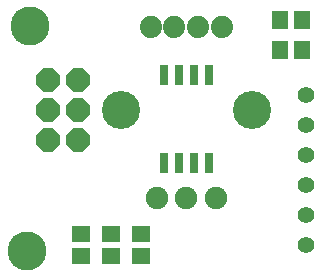
<source format=gbr>
G04 EAGLE Gerber RS-274X export*
G75*
%MOMM*%
%FSLAX34Y34*%
%LPD*%
%INSoldermask Bottom*%
%IPPOS*%
%AMOC8*
5,1,8,0,0,1.08239X$1,22.5*%
G01*
%ADD10C,3.301600*%
%ADD11C,1.409600*%
%ADD12P,2.144431X8X292.500000*%
%ADD13R,1.601600X1.401600*%
%ADD14R,1.401600X1.601600*%
%ADD15C,1.901600*%
%ADD16C,1.879600*%
%ADD17C,3.217600*%
%ADD18R,0.635000X1.651000*%


D10*
X20320Y210820D03*
X17780Y20320D03*
D11*
X254000Y25400D03*
X254000Y50800D03*
X254000Y76200D03*
X254000Y101600D03*
X254000Y127000D03*
X254000Y152400D03*
D12*
X35560Y165100D03*
X60960Y165100D03*
X35560Y139700D03*
X60960Y139700D03*
X35560Y114300D03*
X60960Y114300D03*
D13*
X88900Y34900D03*
X88900Y15900D03*
D14*
X250800Y190500D03*
X231800Y190500D03*
D13*
X114300Y34900D03*
X114300Y15900D03*
X63500Y34900D03*
X63500Y15900D03*
D14*
X250800Y215900D03*
X231800Y215900D03*
D15*
X127400Y64700D03*
X152400Y64700D03*
X177400Y64700D03*
D16*
X162400Y209700D03*
X142400Y209700D03*
D17*
X96900Y139700D03*
X207900Y139700D03*
D16*
X182400Y209700D03*
X122400Y209700D03*
D18*
X133350Y169164D03*
X146050Y169164D03*
X158750Y169164D03*
X171450Y169164D03*
X171450Y94996D03*
X158750Y94996D03*
X146050Y94996D03*
X133350Y94996D03*
M02*

</source>
